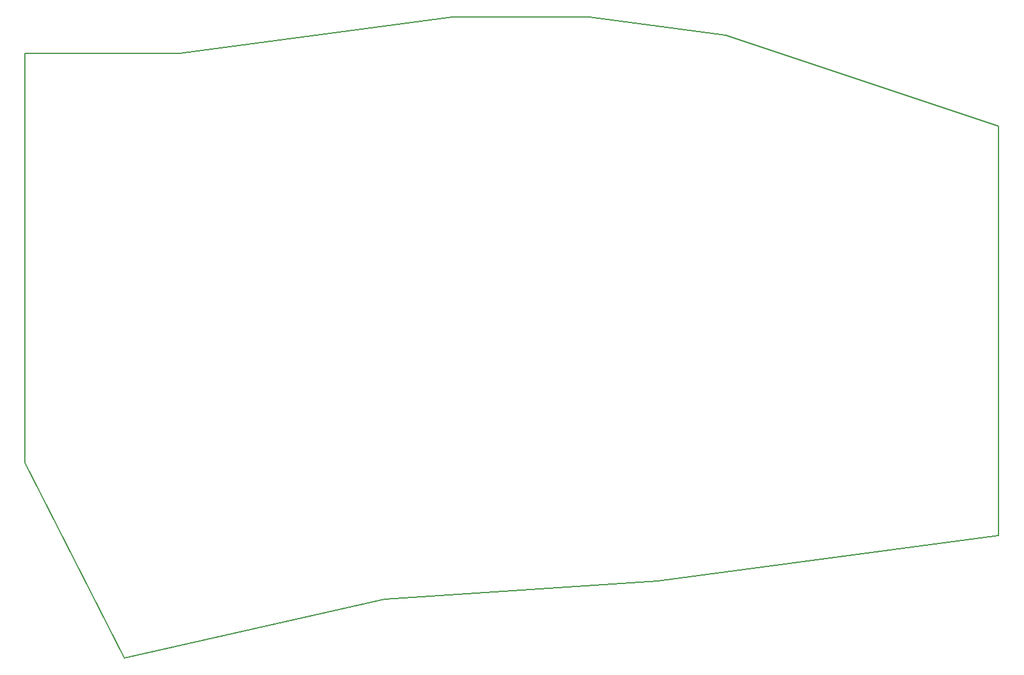
<source format=gbr>
%TF.GenerationSoftware,KiCad,Pcbnew,6.0.5-2.fc36*%
%TF.CreationDate,2022-06-13T17:40:47-05:00*%
%TF.ProjectId,right,72696768-742e-46b6-9963-61645f706362,rev?*%
%TF.SameCoordinates,Original*%
%TF.FileFunction,Profile,NP*%
%FSLAX46Y46*%
G04 Gerber Fmt 4.6, Leading zero omitted, Abs format (unit mm)*
G04 Created by KiCad (PCBNEW 6.0.5-2.fc36) date 2022-06-13 17:40:47*
%MOMM*%
%LPD*%
G01*
G04 APERTURE LIST*
%TA.AperFunction,Profile*%
%ADD10C,0.200000*%
%TD*%
%TA.AperFunction,Profile*%
%ADD11C,0.150000*%
%TD*%
G04 APERTURE END LIST*
D10*
X159639000Y-59817000D02*
X178689000Y-62357000D01*
X131064000Y-141097000D02*
X94742000Y-149352000D01*
X216789000Y-75057000D02*
X216789000Y-132207000D01*
X216789000Y-132207000D02*
X169164000Y-138557000D01*
X169164000Y-138557000D02*
X131064000Y-141097000D01*
D11*
X80899000Y-64897000D02*
X80899000Y-122047000D01*
D10*
X140589000Y-59817000D02*
X159639000Y-59817000D01*
X102489000Y-64897000D02*
X140589000Y-59817000D01*
D11*
X102489000Y-64897000D02*
X80899000Y-64897000D01*
D10*
X178689000Y-62357000D02*
X216789000Y-75057000D01*
X94742000Y-149352000D02*
X80899000Y-122047000D01*
M02*

</source>
